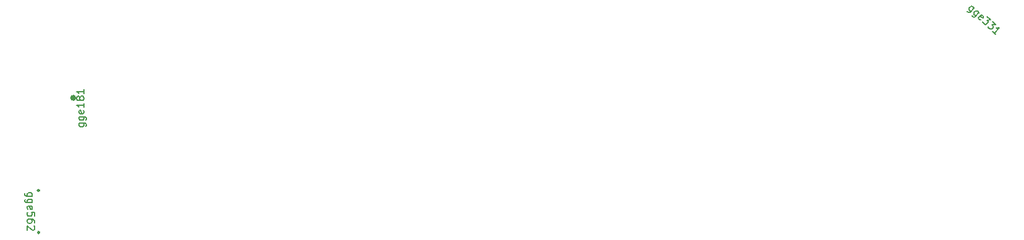
<source format=gbr>
%TF.GenerationSoftware,KiCad,Pcbnew,(5.1.10)-1*%
%TF.CreationDate,2022-02-17T21:55:53+01:00*%
%TF.ProjectId,keyboardEink,6b657962-6f61-4726-9445-696e6b2e6b69,rev?*%
%TF.SameCoordinates,Original*%
%TF.FileFunction,Other,Comment*%
%FSLAX46Y46*%
G04 Gerber Fmt 4.6, Leading zero omitted, Abs format (unit mm)*
G04 Created by KiCad (PCBNEW (5.1.10)-1) date 2022-02-17 21:55:53*
%MOMM*%
%LPD*%
G01*
G04 APERTURE LIST*
%ADD10C,0.250000*%
%ADD11C,0.400000*%
%ADD12C,0.150000*%
G04 APERTURE END LIST*
D10*
%TO.C,U8*%
X80791000Y-105690000D02*
G75*
G03*
X80791000Y-105690000I-125000J0D01*
G01*
X80791000Y-99890000D02*
G75*
G03*
X80791000Y-99890000I-125000J0D01*
G01*
D11*
%TO.C,U6*%
X85642000Y-87169000D02*
G75*
G03*
X85642000Y-87169000I-200000J0D01*
G01*
%TD*%
%TO.C,U8*%
D12*
X79814285Y-100694761D02*
X79004761Y-100694761D01*
X78909523Y-100647142D01*
X78861904Y-100599523D01*
X78814285Y-100504285D01*
X78814285Y-100361428D01*
X78861904Y-100266190D01*
X79195238Y-100694761D02*
X79147619Y-100599523D01*
X79147619Y-100409047D01*
X79195238Y-100313809D01*
X79242857Y-100266190D01*
X79338095Y-100218571D01*
X79623809Y-100218571D01*
X79719047Y-100266190D01*
X79766666Y-100313809D01*
X79814285Y-100409047D01*
X79814285Y-100599523D01*
X79766666Y-100694761D01*
X79814285Y-101599523D02*
X79004761Y-101599523D01*
X78909523Y-101551904D01*
X78861904Y-101504285D01*
X78814285Y-101409047D01*
X78814285Y-101266190D01*
X78861904Y-101170952D01*
X79195238Y-101599523D02*
X79147619Y-101504285D01*
X79147619Y-101313809D01*
X79195238Y-101218571D01*
X79242857Y-101170952D01*
X79338095Y-101123333D01*
X79623809Y-101123333D01*
X79719047Y-101170952D01*
X79766666Y-101218571D01*
X79814285Y-101313809D01*
X79814285Y-101504285D01*
X79766666Y-101599523D01*
X79195238Y-102456666D02*
X79147619Y-102361428D01*
X79147619Y-102170952D01*
X79195238Y-102075714D01*
X79290476Y-102028095D01*
X79671428Y-102028095D01*
X79766666Y-102075714D01*
X79814285Y-102170952D01*
X79814285Y-102361428D01*
X79766666Y-102456666D01*
X79671428Y-102504285D01*
X79576190Y-102504285D01*
X79480952Y-102028095D01*
X80147619Y-103409047D02*
X80147619Y-102932857D01*
X79671428Y-102885238D01*
X79719047Y-102932857D01*
X79766666Y-103028095D01*
X79766666Y-103266190D01*
X79719047Y-103361428D01*
X79671428Y-103409047D01*
X79576190Y-103456666D01*
X79338095Y-103456666D01*
X79242857Y-103409047D01*
X79195238Y-103361428D01*
X79147619Y-103266190D01*
X79147619Y-103028095D01*
X79195238Y-102932857D01*
X79242857Y-102885238D01*
X80147619Y-104313809D02*
X80147619Y-104123333D01*
X80100000Y-104028095D01*
X80052380Y-103980476D01*
X79909523Y-103885238D01*
X79719047Y-103837619D01*
X79338095Y-103837619D01*
X79242857Y-103885238D01*
X79195238Y-103932857D01*
X79147619Y-104028095D01*
X79147619Y-104218571D01*
X79195238Y-104313809D01*
X79242857Y-104361428D01*
X79338095Y-104409047D01*
X79576190Y-104409047D01*
X79671428Y-104361428D01*
X79719047Y-104313809D01*
X79766666Y-104218571D01*
X79766666Y-104028095D01*
X79719047Y-103932857D01*
X79671428Y-103885238D01*
X79576190Y-103837619D01*
X80052380Y-104790000D02*
X80100000Y-104837619D01*
X80147619Y-104932857D01*
X80147619Y-105170952D01*
X80100000Y-105266190D01*
X80052380Y-105313809D01*
X79957142Y-105361428D01*
X79861904Y-105361428D01*
X79719047Y-105313809D01*
X79147619Y-104742380D01*
X79147619Y-105361428D01*
%TO.C,U6*%
X86243714Y-90661238D02*
X87053238Y-90661238D01*
X87148476Y-90708857D01*
X87196095Y-90756476D01*
X87243714Y-90851714D01*
X87243714Y-90994571D01*
X87196095Y-91089809D01*
X86862761Y-90661238D02*
X86910380Y-90756476D01*
X86910380Y-90946952D01*
X86862761Y-91042190D01*
X86815142Y-91089809D01*
X86719904Y-91137428D01*
X86434190Y-91137428D01*
X86338952Y-91089809D01*
X86291333Y-91042190D01*
X86243714Y-90946952D01*
X86243714Y-90756476D01*
X86291333Y-90661238D01*
X86243714Y-89756476D02*
X87053238Y-89756476D01*
X87148476Y-89804095D01*
X87196095Y-89851714D01*
X87243714Y-89946952D01*
X87243714Y-90089809D01*
X87196095Y-90185047D01*
X86862761Y-89756476D02*
X86910380Y-89851714D01*
X86910380Y-90042190D01*
X86862761Y-90137428D01*
X86815142Y-90185047D01*
X86719904Y-90232666D01*
X86434190Y-90232666D01*
X86338952Y-90185047D01*
X86291333Y-90137428D01*
X86243714Y-90042190D01*
X86243714Y-89851714D01*
X86291333Y-89756476D01*
X86862761Y-88899333D02*
X86910380Y-88994571D01*
X86910380Y-89185047D01*
X86862761Y-89280285D01*
X86767523Y-89327904D01*
X86386571Y-89327904D01*
X86291333Y-89280285D01*
X86243714Y-89185047D01*
X86243714Y-88994571D01*
X86291333Y-88899333D01*
X86386571Y-88851714D01*
X86481809Y-88851714D01*
X86577047Y-89327904D01*
X86910380Y-87899333D02*
X86910380Y-88470761D01*
X86910380Y-88185047D02*
X85910380Y-88185047D01*
X86053238Y-88280285D01*
X86148476Y-88375523D01*
X86196095Y-88470761D01*
X86338952Y-87327904D02*
X86291333Y-87423142D01*
X86243714Y-87470761D01*
X86148476Y-87518380D01*
X86100857Y-87518380D01*
X86005619Y-87470761D01*
X85958000Y-87423142D01*
X85910380Y-87327904D01*
X85910380Y-87137428D01*
X85958000Y-87042190D01*
X86005619Y-86994571D01*
X86100857Y-86946952D01*
X86148476Y-86946952D01*
X86243714Y-86994571D01*
X86291333Y-87042190D01*
X86338952Y-87137428D01*
X86338952Y-87327904D01*
X86386571Y-87423142D01*
X86434190Y-87470761D01*
X86529428Y-87518380D01*
X86719904Y-87518380D01*
X86815142Y-87470761D01*
X86862761Y-87423142D01*
X86910380Y-87327904D01*
X86910380Y-87137428D01*
X86862761Y-87042190D01*
X86815142Y-86994571D01*
X86719904Y-86946952D01*
X86529428Y-86946952D01*
X86434190Y-86994571D01*
X86386571Y-87042190D01*
X86338952Y-87137428D01*
X86910380Y-85994571D02*
X86910380Y-86566000D01*
X86910380Y-86280285D02*
X85910380Y-86280285D01*
X86053238Y-86375523D01*
X86148476Y-86470761D01*
X86196095Y-86566000D01*
%TO.C,J14*%
X209009997Y-74800489D02*
X208463091Y-75397333D01*
X208363641Y-75435379D01*
X208296361Y-75438316D01*
X208193973Y-75409083D01*
X208088648Y-75312570D01*
X208050602Y-75213119D01*
X208591775Y-75256899D02*
X208489387Y-75227665D01*
X208348953Y-75098982D01*
X208310907Y-74999531D01*
X208307970Y-74932252D01*
X208337203Y-74829864D01*
X208530229Y-74619213D01*
X208629679Y-74581167D01*
X208696959Y-74578230D01*
X208799347Y-74607463D01*
X208939780Y-74736147D01*
X208977826Y-74835598D01*
X209677058Y-75411737D02*
X209130151Y-76008581D01*
X209030701Y-76046627D01*
X208963422Y-76049564D01*
X208861034Y-76020331D01*
X208755708Y-75923818D01*
X208717662Y-75824368D01*
X209258835Y-75868147D02*
X209156447Y-75838914D01*
X209016014Y-75710230D01*
X208977968Y-75610780D01*
X208975030Y-75543500D01*
X209004264Y-75441112D01*
X209197289Y-75230462D01*
X209296740Y-75192416D01*
X209364019Y-75189478D01*
X209466407Y-75218712D01*
X209606841Y-75347396D01*
X209644887Y-75446846D01*
X209890787Y-76447225D02*
X209788399Y-76417991D01*
X209647966Y-76289307D01*
X209609920Y-76189857D01*
X209639153Y-76087469D01*
X209896521Y-75806601D01*
X209995971Y-75768556D01*
X210098359Y-75797789D01*
X210238793Y-75926473D01*
X210276839Y-76025923D01*
X210247605Y-76128311D01*
X210183263Y-76198528D01*
X209767837Y-75947035D01*
X210815074Y-76002423D02*
X211271484Y-76420646D01*
X210768357Y-76476317D01*
X210873682Y-76572830D01*
X210911728Y-76672280D01*
X210914666Y-76739559D01*
X210885432Y-76841947D01*
X210724577Y-77017489D01*
X210625127Y-77055535D01*
X210557848Y-77058473D01*
X210455460Y-77029239D01*
X210244809Y-76836214D01*
X210206763Y-76736763D01*
X210203826Y-76669484D01*
X211517243Y-76645843D02*
X211973653Y-77064065D01*
X211470526Y-77119736D01*
X211575851Y-77216249D01*
X211613897Y-77315699D01*
X211616835Y-77382979D01*
X211587601Y-77485366D01*
X211426746Y-77660909D01*
X211327296Y-77698955D01*
X211260017Y-77701892D01*
X211157629Y-77672659D01*
X210946978Y-77479633D01*
X210908932Y-77380182D01*
X210905995Y-77312903D01*
X212000231Y-78444762D02*
X211578930Y-78058710D01*
X211789581Y-78251736D02*
X212465171Y-77514459D01*
X212298441Y-77555442D01*
X212163882Y-77561317D01*
X212061494Y-77532083D01*
%TD*%
M02*

</source>
